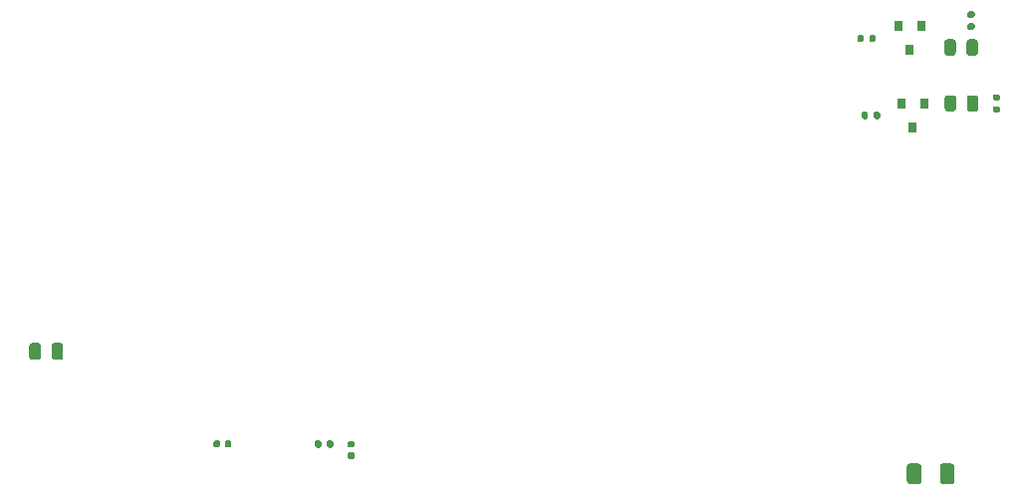
<source format=gbr>
%TF.GenerationSoftware,KiCad,Pcbnew,(5.1.10-1-10_14)*%
%TF.CreationDate,2022-07-31T12:18:55+02:00*%
%TF.ProjectId,RO Flow Counter,524f2046-6c6f-4772-9043-6f756e746572,rev?*%
%TF.SameCoordinates,Original*%
%TF.FileFunction,Paste,Top*%
%TF.FilePolarity,Positive*%
%FSLAX46Y46*%
G04 Gerber Fmt 4.6, Leading zero omitted, Abs format (unit mm)*
G04 Created by KiCad (PCBNEW (5.1.10-1-10_14)) date 2022-07-31 12:18:55*
%MOMM*%
%LPD*%
G01*
G04 APERTURE LIST*
%ADD10R,0.800000X0.900000*%
G04 APERTURE END LIST*
%TO.C,F1*%
G36*
G01*
X210553000Y-102753000D02*
X210553000Y-104003000D01*
G75*
G02*
X210303000Y-104253000I-250000J0D01*
G01*
X209553000Y-104253000D01*
G75*
G02*
X209303000Y-104003000I0J250000D01*
G01*
X209303000Y-102753000D01*
G75*
G02*
X209553000Y-102503000I250000J0D01*
G01*
X210303000Y-102503000D01*
G75*
G02*
X210553000Y-102753000I0J-250000D01*
G01*
G37*
G36*
G01*
X213353000Y-102753000D02*
X213353000Y-104003000D01*
G75*
G02*
X213103000Y-104253000I-250000J0D01*
G01*
X212353000Y-104253000D01*
G75*
G02*
X212103000Y-104003000I0J250000D01*
G01*
X212103000Y-102753000D01*
G75*
G02*
X212353000Y-102503000I250000J0D01*
G01*
X213103000Y-102503000D01*
G75*
G02*
X213353000Y-102753000I0J-250000D01*
G01*
G37*
%TD*%
%TO.C,R6*%
G36*
G01*
X160006000Y-101023000D02*
X160006000Y-100653000D01*
G75*
G02*
X160141000Y-100518000I135000J0D01*
G01*
X160411000Y-100518000D01*
G75*
G02*
X160546000Y-100653000I0J-135000D01*
G01*
X160546000Y-101023000D01*
G75*
G02*
X160411000Y-101158000I-135000J0D01*
G01*
X160141000Y-101158000D01*
G75*
G02*
X160006000Y-101023000I0J135000D01*
G01*
G37*
G36*
G01*
X158986000Y-101023000D02*
X158986000Y-100653000D01*
G75*
G02*
X159121000Y-100518000I135000J0D01*
G01*
X159391000Y-100518000D01*
G75*
G02*
X159526000Y-100653000I0J-135000D01*
G01*
X159526000Y-101023000D01*
G75*
G02*
X159391000Y-101158000I-135000J0D01*
G01*
X159121000Y-101158000D01*
G75*
G02*
X158986000Y-101023000I0J135000D01*
G01*
G37*
%TD*%
%TO.C,R4*%
G36*
G01*
X217101000Y-71640000D02*
X216731000Y-71640000D01*
G75*
G02*
X216596000Y-71505000I0J135000D01*
G01*
X216596000Y-71235000D01*
G75*
G02*
X216731000Y-71100000I135000J0D01*
G01*
X217101000Y-71100000D01*
G75*
G02*
X217236000Y-71235000I0J-135000D01*
G01*
X217236000Y-71505000D01*
G75*
G02*
X217101000Y-71640000I-135000J0D01*
G01*
G37*
G36*
G01*
X217101000Y-72660000D02*
X216731000Y-72660000D01*
G75*
G02*
X216596000Y-72525000I0J135000D01*
G01*
X216596000Y-72255000D01*
G75*
G02*
X216731000Y-72120000I135000J0D01*
G01*
X217101000Y-72120000D01*
G75*
G02*
X217236000Y-72255000I0J-135000D01*
G01*
X217236000Y-72525000D01*
G75*
G02*
X217101000Y-72660000I-135000J0D01*
G01*
G37*
%TD*%
%TO.C,R3*%
G36*
G01*
X214941000Y-64604000D02*
X214571000Y-64604000D01*
G75*
G02*
X214436000Y-64469000I0J135000D01*
G01*
X214436000Y-64199000D01*
G75*
G02*
X214571000Y-64064000I135000J0D01*
G01*
X214941000Y-64064000D01*
G75*
G02*
X215076000Y-64199000I0J-135000D01*
G01*
X215076000Y-64469000D01*
G75*
G02*
X214941000Y-64604000I-135000J0D01*
G01*
G37*
G36*
G01*
X214941000Y-65624000D02*
X214571000Y-65624000D01*
G75*
G02*
X214436000Y-65489000I0J135000D01*
G01*
X214436000Y-65219000D01*
G75*
G02*
X214571000Y-65084000I135000J0D01*
G01*
X214941000Y-65084000D01*
G75*
G02*
X215076000Y-65219000I0J-135000D01*
G01*
X215076000Y-65489000D01*
G75*
G02*
X214941000Y-65624000I-135000J0D01*
G01*
G37*
%TD*%
%TO.C,R2*%
G36*
G01*
X206106000Y-66553000D02*
X206106000Y-66183000D01*
G75*
G02*
X206241000Y-66048000I135000J0D01*
G01*
X206511000Y-66048000D01*
G75*
G02*
X206646000Y-66183000I0J-135000D01*
G01*
X206646000Y-66553000D01*
G75*
G02*
X206511000Y-66688000I-135000J0D01*
G01*
X206241000Y-66688000D01*
G75*
G02*
X206106000Y-66553000I0J135000D01*
G01*
G37*
G36*
G01*
X205086000Y-66553000D02*
X205086000Y-66183000D01*
G75*
G02*
X205221000Y-66048000I135000J0D01*
G01*
X205491000Y-66048000D01*
G75*
G02*
X205626000Y-66183000I0J-135000D01*
G01*
X205626000Y-66553000D01*
G75*
G02*
X205491000Y-66688000I-135000J0D01*
G01*
X205221000Y-66688000D01*
G75*
G02*
X205086000Y-66553000I0J135000D01*
G01*
G37*
%TD*%
%TO.C,R1*%
G36*
G01*
X206486000Y-73083000D02*
X206486000Y-72713000D01*
G75*
G02*
X206621000Y-72578000I135000J0D01*
G01*
X206891000Y-72578000D01*
G75*
G02*
X207026000Y-72713000I0J-135000D01*
G01*
X207026000Y-73083000D01*
G75*
G02*
X206891000Y-73218000I-135000J0D01*
G01*
X206621000Y-73218000D01*
G75*
G02*
X206486000Y-73083000I0J135000D01*
G01*
G37*
G36*
G01*
X205466000Y-73083000D02*
X205466000Y-72713000D01*
G75*
G02*
X205601000Y-72578000I135000J0D01*
G01*
X205871000Y-72578000D01*
G75*
G02*
X206006000Y-72713000I0J-135000D01*
G01*
X206006000Y-73083000D01*
G75*
G02*
X205871000Y-73218000I-135000J0D01*
G01*
X205601000Y-73218000D01*
G75*
G02*
X205466000Y-73083000I0J135000D01*
G01*
G37*
%TD*%
D10*
%TO.C,Q2*%
X209550000Y-67294000D03*
X208600000Y-65294000D03*
X210500000Y-65294000D03*
%TD*%
%TO.C,Q1*%
X209804000Y-73898000D03*
X208854000Y-71898000D03*
X210754000Y-71898000D03*
%TD*%
%TO.C,D2*%
G36*
G01*
X213496500Y-71425750D02*
X213496500Y-72338250D01*
G75*
G02*
X213252750Y-72582000I-243750J0D01*
G01*
X212765250Y-72582000D01*
G75*
G02*
X212521500Y-72338250I0J243750D01*
G01*
X212521500Y-71425750D01*
G75*
G02*
X212765250Y-71182000I243750J0D01*
G01*
X213252750Y-71182000D01*
G75*
G02*
X213496500Y-71425750I0J-243750D01*
G01*
G37*
G36*
G01*
X215371500Y-71425750D02*
X215371500Y-72338250D01*
G75*
G02*
X215127750Y-72582000I-243750J0D01*
G01*
X214640250Y-72582000D01*
G75*
G02*
X214396500Y-72338250I0J243750D01*
G01*
X214396500Y-71425750D01*
G75*
G02*
X214640250Y-71182000I243750J0D01*
G01*
X215127750Y-71182000D01*
G75*
G02*
X215371500Y-71425750I0J-243750D01*
G01*
G37*
%TD*%
%TO.C,D1*%
G36*
G01*
X213465500Y-66673750D02*
X213465500Y-67586250D01*
G75*
G02*
X213221750Y-67830000I-243750J0D01*
G01*
X212734250Y-67830000D01*
G75*
G02*
X212490500Y-67586250I0J243750D01*
G01*
X212490500Y-66673750D01*
G75*
G02*
X212734250Y-66430000I243750J0D01*
G01*
X213221750Y-66430000D01*
G75*
G02*
X213465500Y-66673750I0J-243750D01*
G01*
G37*
G36*
G01*
X215340500Y-66673750D02*
X215340500Y-67586250D01*
G75*
G02*
X215096750Y-67830000I-243750J0D01*
G01*
X214609250Y-67830000D01*
G75*
G02*
X214365500Y-67586250I0J243750D01*
G01*
X214365500Y-66673750D01*
G75*
G02*
X214609250Y-66430000I243750J0D01*
G01*
X215096750Y-66430000D01*
G75*
G02*
X215340500Y-66673750I0J-243750D01*
G01*
G37*
%TD*%
%TO.C,C4*%
G36*
G01*
X135694000Y-92489000D02*
X135694000Y-93439000D01*
G75*
G02*
X135444000Y-93689000I-250000J0D01*
G01*
X134944000Y-93689000D01*
G75*
G02*
X134694000Y-93439000I0J250000D01*
G01*
X134694000Y-92489000D01*
G75*
G02*
X134944000Y-92239000I250000J0D01*
G01*
X135444000Y-92239000D01*
G75*
G02*
X135694000Y-92489000I0J-250000D01*
G01*
G37*
G36*
G01*
X137594000Y-92489000D02*
X137594000Y-93439000D01*
G75*
G02*
X137344000Y-93689000I-250000J0D01*
G01*
X136844000Y-93689000D01*
G75*
G02*
X136594000Y-93439000I0J250000D01*
G01*
X136594000Y-92489000D01*
G75*
G02*
X136844000Y-92239000I250000J0D01*
G01*
X137344000Y-92239000D01*
G75*
G02*
X137594000Y-92489000I0J-250000D01*
G01*
G37*
%TD*%
%TO.C,C3*%
G36*
G01*
X151330000Y-101008000D02*
X151330000Y-100668000D01*
G75*
G02*
X151470000Y-100528000I140000J0D01*
G01*
X151750000Y-100528000D01*
G75*
G02*
X151890000Y-100668000I0J-140000D01*
G01*
X151890000Y-101008000D01*
G75*
G02*
X151750000Y-101148000I-140000J0D01*
G01*
X151470000Y-101148000D01*
G75*
G02*
X151330000Y-101008000I0J140000D01*
G01*
G37*
G36*
G01*
X150370000Y-101008000D02*
X150370000Y-100668000D01*
G75*
G02*
X150510000Y-100528000I140000J0D01*
G01*
X150790000Y-100528000D01*
G75*
G02*
X150930000Y-100668000I0J-140000D01*
G01*
X150930000Y-101008000D01*
G75*
G02*
X150790000Y-101148000I-140000J0D01*
G01*
X150510000Y-101148000D01*
G75*
G02*
X150370000Y-101008000I0J140000D01*
G01*
G37*
%TD*%
%TO.C,C2*%
G36*
G01*
X161882000Y-100586000D02*
X162222000Y-100586000D01*
G75*
G02*
X162362000Y-100726000I0J-140000D01*
G01*
X162362000Y-101006000D01*
G75*
G02*
X162222000Y-101146000I-140000J0D01*
G01*
X161882000Y-101146000D01*
G75*
G02*
X161742000Y-101006000I0J140000D01*
G01*
X161742000Y-100726000D01*
G75*
G02*
X161882000Y-100586000I140000J0D01*
G01*
G37*
G36*
G01*
X161882000Y-101546000D02*
X162222000Y-101546000D01*
G75*
G02*
X162362000Y-101686000I0J-140000D01*
G01*
X162362000Y-101966000D01*
G75*
G02*
X162222000Y-102106000I-140000J0D01*
G01*
X161882000Y-102106000D01*
G75*
G02*
X161742000Y-101966000I0J140000D01*
G01*
X161742000Y-101686000D01*
G75*
G02*
X161882000Y-101546000I140000J0D01*
G01*
G37*
%TD*%
M02*

</source>
